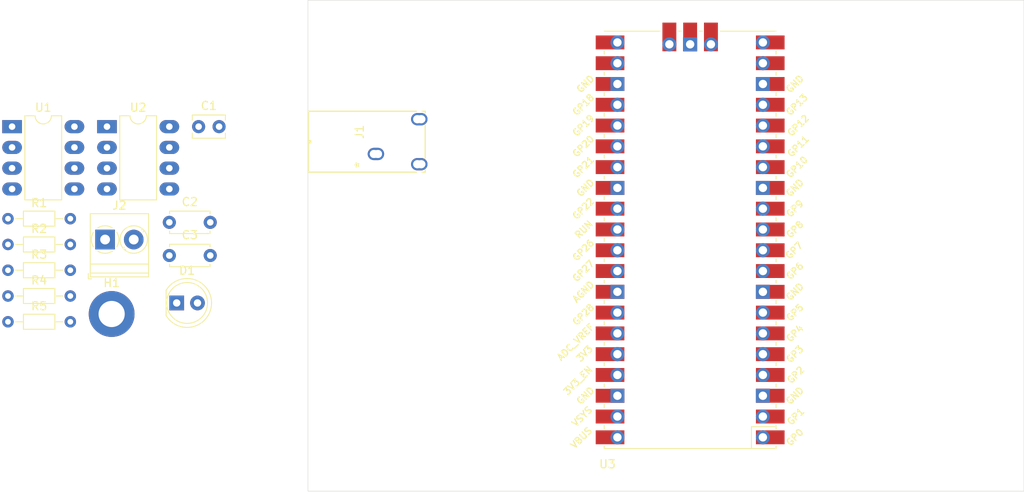
<source format=kicad_pcb>
(kicad_pcb (version 20240108) (generator "pcbnew") (generator_version "8.0")
  (title_block (title "Sound Gun") (date "2024-02-29"))
  (layers (0 "F.Cu" signal) (1 "In1.Cu" signal) (2 "In2.Cu" signal) (31 "B.Cu" signal) (34 "B.Paste" user) (35 "F.Paste" user) (36 "B.SilkS" user "B.Silkscreen") (37 "F.SilkS" user "F.Silkscreen") (38 "B.Mask" user) (39 "F.Mask" user) (44 "Edge.Cuts" user))
  (net 0 "")
  (net 2 "GND")
  (net 69 "unconnected-(U3-3V3-Pad36)")
  (net 78 "unconnected-(U3-VBUS-Pad40)")
  (footprint "Package_DIP:DIP-8_W7.62mm_LongPads" (layer "F.Cu") (at 43.84 75.45)
    (property "Reference" "U1" (at 3.81 -2.33 0) (layer "F.SilkS"))
    (property "Value" "LM358")
    (fp_line (start 1.56 -1.33) (end 1.56 8.95) (stroke (width 0.12)) (layer "F.SilkS"))
    (fp_line (start 1.56 8.95) (end 6.06 8.95) (stroke (width 0.12)) (layer "F.SilkS"))
    (fp_line (start 2.81 -1.33) (end 1.56 -1.33) (stroke (width 0.12)) (layer "F.SilkS"))
    (fp_line (start 6.06 -1.33) (end 4.81 -1.33) (stroke (width 0.12)) (layer "F.SilkS"))
    (fp_line (start 6.06 8.95) (end 6.06 -1.33) (stroke (width 0.12)) (layer "F.SilkS"))
    (fp_arc (start 4.81 -1.33) (mid 3.81 -0.33) (end 2.81 -1.33) (stroke (width 0.12)) (layer "F.SilkS"))
    (pad "1" thru_hole rect (at 0 0) (size 2.4 1.6) (drill 0.8) (layers "*.Cu" "*.Mask"))
    (pad "2" thru_hole oval (at 0 2.54) (size 2.4 1.6) (drill 0.8) (layers "*.Cu" "*.Mask"))
    (pad "3" thru_hole oval (at 0 5.08) (size 2.4 1.6) (drill 0.8) (layers "*.Cu" "*.Mask"))
    (pad "4" thru_hole oval (at 0 7.62) (size 2.4 1.6) (drill 0.8) (layers "*.Cu" "*.Mask") (net 2 "GND"))
    (pad "5" thru_hole oval (at 7.62 7.62) (size 2.4 1.6) (drill 0.8) (layers "*.Cu" "*.Mask") (net 2 "GND"))
    (pad "6" thru_hole oval (at 7.62 5.08) (size 2.4 1.6) (drill 0.8) (layers "*.Cu" "*.Mask") (net 2 "GND"))
    (pad "7" thru_hole oval (at 7.62 2.54) (size 2.4 1.6) (drill 0.8) (layers "*.Cu" "*.Mask"))
    (pad "8" thru_hole oval (at 7.62 0) (size 2.4 1.6) (drill 0.8) (layers "*.Cu" "*.Mask"))
  )
  (footprint "Resistor_THT:R_Axial_DIN0204_L3.6mm_D1.6mm_P7.62mm_Horizontal" (layer "F.Cu") (at 43.34 96.15)
    (property "Reference" "R4" (at 3.81 -1.92 0) (layer "F.SilkS"))
    (property "Value" "1k")
    (fp_line (start 0.94 0) (end 1.89 0) (stroke (width 0.12)) (layer "F.SilkS"))
    (fp_line (start 1.89 -0.92) (end 1.89 0.92) (stroke (width 0.12)) (layer "F.SilkS"))
    (fp_line (start 1.89 0.92) (end 5.73 0.92) (stroke (width 0.12)) (layer "F.SilkS"))
    (fp_line (start 5.73 -0.92) (end 1.89 -0.92) (stroke (width 0.12)) (layer "F.SilkS"))
    (fp_line (start 5.73 0.92) (end 5.73 -0.92) (stroke (width 0.12)) (layer "F.SilkS"))
    (fp_line (start 6.68 0) (end 5.73 0) (stroke (width 0.12)) (layer "F.SilkS"))
    (pad "1" thru_hole circle (at 0 0) (size 1.4 1.4) (drill 0.7) (layers "*.Cu" "*.Mask"))
    (pad "2" thru_hole oval (at 7.62 0) (size 1.4 1.4) (drill 0.7) (layers "*.Cu" "*.Mask"))
  )
  (footprint "LED_THT:LED_D5.0mm" (layer "F.Cu") (at 63.96 97)
    (property "Reference" "D1" (at 1.27 -3.96 0) (layer "F.SilkS"))
    (property "Value" "LED")
    (fp_line (start -1.29 -1.545) (end -1.29 1.545) (stroke (width 0.12)) (layer "F.SilkS"))
    (fp_arc (start -1.29 -1.54483) (mid 2.072002 -2.880433) (end 4.26 0.000462) (stroke (width 0.12)) (layer "F.SilkS"))
    (fp_arc (start 4.26 -0.000462) (mid 2.072002 2.880433) (end -1.29 1.54483) (stroke (width 0.12)) (layer "F.SilkS"))
    (fp_circle (center 1.27 0) (end 3.77 0) (stroke (width 0.12)) (fill none) (layer "F.SilkS"))
    (pad "1" thru_hole rect (at 0 0) (size 1.8 1.8) (drill 0.9) (layers "*.Cu" "*.Mask"))
    (pad "2" thru_hole circle (at 2.54 0) (size 1.8 1.8) (drill 0.9) (layers "*.Cu" "*.Mask"))
  )
  (footprint "Capacitor_THT:C_Disc_D4.7mm_W2.5mm_P5.00mm" (layer "F.Cu") (at 63.06 91.2)
    (property "Reference" "C3" (at 2.5 -2.5 0) (layer "F.SilkS"))
    (property "Value" "1u")
    (fp_line (start 0.03 -1.37) (end 0.03 -1.055) (stroke (width 0.12)) (layer "F.SilkS"))
    (fp_line (start 0.03 -1.37) (end 4.97 -1.37) (stroke (width 0.12)) (layer "F.SilkS"))
    (fp_line (start 0.03 1.055) (end 0.03 1.37) (stroke (width 0.12)) (layer "F.SilkS"))
    (fp_line (start 0.03 1.37) (end 4.97 1.37) (stroke (width 0.12)) (layer "F.SilkS"))
    (fp_line (start 4.97 -1.37) (end 4.97 -1.055) (stroke (width 0.12)) (layer "F.SilkS"))
    (fp_line (start 4.97 1.055) (end 4.97 1.37) (stroke (width 0.12)) (layer "F.SilkS"))
    (pad "1" thru_hole circle (at 0 0) (size 1.6 1.6) (drill 0.8) (layers "*.Cu" "*.Mask"))
    (pad "2" thru_hole circle (at 5 0) (size 1.6 1.6) (drill 0.8) (layers "*.Cu" "*.Mask"))
  )
  (footprint "Capacitor_THT:C_Disc_D4.7mm_W2.5mm_P5.00mm" (layer "F.Cu") (at 63.06 87.15)
    (property "Reference" "C2" (at 2.5 -2.5 0) (layer "F.SilkS"))
    (property "Value" "10u")
    (fp_line (start 0.03 -1.37) (end 0.03 -1.055) (stroke (width 0.12)) (layer "F.SilkS"))
    (fp_line (start 0.03 -1.37) (end 4.97 -1.37) (stroke (width 0.12)) (layer "F.SilkS"))
    (fp_line (start 0.03 1.055) (end 0.03 1.37) (stroke (width 0.12)) (layer "F.SilkS"))
    (fp_line (start 0.03 1.37) (end 4.97 1.37) (stroke (width 0.12)) (layer "F.SilkS"))
    (fp_line (start 4.97 -1.37) (end 4.97 -1.055) (stroke (width 0.12)) (layer "F.SilkS"))
    (fp_line (start 4.97 1.055) (end 4.97 1.37) (stroke (width 0.12)) (layer "F.SilkS"))
    (pad "1" thru_hole circle (at 0 0) (size 1.6 1.6) (drill 0.8) (layers "*.Cu" "*.Mask"))
    (pad "2" thru_hole circle (at 5 0) (size 1.6 1.6) (drill 0.8) (layers "*.Cu" "*.Mask"))
  )
  (footprint "MountingHole:MountingHole_3.2mm_M3_DIN965_Pad" (layer "F.Cu") (at 56.01 98.35)
    (property "Reference" "H1" (at 0 -3.8 0) (layer "F.SilkS"))
    (property "Value" "MountingHole_Pad")
    (pad "1" thru_hole circle (at 0 0) (size 5.6 5.6) (drill 3.2) (layers "*.Cu" "*.Mask") (net 2 "GND"))
  )
  (footprint "Resistor_THT:R_Axial_DIN0204_L3.6mm_D1.6mm_P7.62mm_Horizontal" (layer "F.Cu") (at 43.34 93)
    (property "Reference" "R3" (at 3.81 -1.92 0) (layer "F.SilkS"))
    (property "Value" "10k")
    (fp_line (start 0.94 0) (end 1.89 0) (stroke (width 0.12)) (layer "F.SilkS"))
    (fp_line (start 1.89 -0.92) (end 1.89 0.92) (stroke (width 0.12)) (layer "F.SilkS"))
    (fp_line (start 1.89 0.92) (end 5.73 0.92) (stroke (width 0.12)) (layer "F.SilkS"))
    (fp_line (start 5.73 -0.92) (end 1.89 -0.92) (stroke (width 0.12)) (layer "F.SilkS"))
    (fp_line (start 5.73 0.92) (end 5.73 -0.92) (stroke (width 0.12)) (layer "F.SilkS"))
    (fp_line (start 6.68 0) (end 5.73 0) (stroke (width 0.12)) (layer "F.SilkS"))
    (pad "1" thru_hole circle (at 0 0) (size 1.4 1.4) (drill 0.7) (layers "*.Cu" "*.Mask"))
    (pad "2" thru_hole oval (at 7.62 0) (size 1.4 1.4) (drill 0.7) (layers "*.Cu" "*.Mask"))
  )
  (footprint "TerminalBlock_Phoenix:TerminalBlock_Phoenix_PT-1,5-2-3.5-H_1x02_P3.50mm_Horizontal" (layer "F.Cu") (at 55.21 89.25)
    (property "Reference" "J2" (at 1.75 -4.16 0) (layer "F.SilkS"))
    (property "Value" "Screw_Terminal_01x02")
    (fp_line (start -2.05 4.16) (end -2.05 4.8) (stroke (width 0.12)) (layer "F.SilkS"))
    (fp_line (start -2.05 4.8) (end -1.65 4.8) (stroke (width 0.12)) (layer "F.SilkS"))
    (fp_line (start -1.81 -3.16) (end -1.81 4.56) (stroke (width 0.12)) (layer "F.SilkS"))
    (fp_line (start -1.81 -3.16) (end 5.31 -3.16) (stroke (width 0.12)) (layer "F.SilkS"))
    (fp_line (start -1.81 3) (end 5.31 3) (stroke (width 0.12)) (layer "F.SilkS"))
    (fp_line (start -1.81 4.1) (end 5.31 4.1) (stroke (width 0.12)) (layer "F.SilkS"))
    (fp_line (start -1.81 4.56) (end 5.31 4.56) (stroke (width 0.12)) (layer "F.SilkS"))
    (fp_line (start 2.355 0.941) (end 2.226 1.069) (stroke (width 0.12)) (layer "F.SilkS"))
    (fp_line (start 2.525 1.181) (end 2.431 1.274) (stroke (width 0.12)) (layer "F.SilkS"))
    (fp_line (start 4.57 -1.275) (end 4.476 -1.181) (stroke (width 0.12)) (layer "F.SilkS"))
    (fp_line (start 4.775 -1.069) (end 4.646 -0.941) (stroke (width 0.12)) (layer "F.SilkS"))
    (fp_line (start 5.31 -3.16) (end 5.31 4.56) (stroke (width 0.12)) (layer "F.SilkS"))
    (fp_arc (start -1.425358 0.889894) (mid -1.680286 0.014012) (end -1.44 -0.866) (stroke (width 0.12)) (layer "F.SilkS"))
    (fp_arc (start -0.889894 -1.425358) (mid -0.014012 -1.680286) (end 0.866 -1.44) (stroke (width 0.12)) (layer "F.SilkS"))
    (fp_arc (start 0.028674 1.680099) (mid -0.435535 1.622918) (end -0.866 1.44) (stroke (width 0.12)) (layer "F.SilkS"))
    (fp_arc (start 0.890264 1.424721) (mid 0.463071 1.61492) (end 0 1.68) (stroke (width 0.12)) (layer "F.SilkS"))
    (fp_arc (start 1.425504 -0.890193) (mid 1.680626 0.000476) (end 1.425 0.891) (stroke (width 0.12)) (layer "F.SilkS"))
    (fp_circle (center 3.5 0) (end 5.18 0) (stroke (width 0.12)) (fill none) (layer "F.SilkS"))
    (pad "1" thru_hole rect (at 0 0) (size 2.4 2.4) (drill 1.2) (layers "*.Cu" "*.Mask"))
    (pad "2" thru_hole circle (at 3.5 0) (size 2.4 2.4) (drill 1.2) (layers "*.Cu" "*.Mask"))
  )
  (footprint "Capacitor_THT:C_Disc_D3.8mm_W2.6mm_P2.50mm" (layer "F.Cu") (at 66.64 75.45)
    (property "Reference" "C1" (at 1.25 -2.55 0) (layer "F.SilkS"))
    (property "Value" "100n")
    (fp_line (start -0.77 -1.42) (end -0.77 -0.795) (stroke (width 0.12)) (layer "F.SilkS"))
    (fp_line (start -0.77 -1.42) (end 3.27 -1.42) (stroke (width 0.12)) (layer "F.SilkS"))
    (fp_line (start -0.77 0.795) (end -0.77 1.42) (stroke (width 0.12)) (layer "F.SilkS"))
    (fp_line (start -0.77 1.42) (end 3.27 1.42) (stroke (width 0.12)) (layer "F.SilkS"))
    (fp_line (start 3.27 -1.42) (end 3.27 -0.795) (stroke (width 0.12)) (layer "F.SilkS"))
    (fp_line (start 3.27 0.795) (end 3.27 1.42) (stroke (width 0.12)) (layer "F.SilkS"))
    (pad "1" thru_hole circle (at 0 0) (size 1.6 1.6) (drill 0.8) (layers "*.Cu" "*.Mask"))
    (pad "2" thru_hole circle (at 2.5 0) (size 1.6 1.6) (drill 0.8) (layers "*.Cu" "*.Mask"))
  )
  (footprint "Resistor_THT:R_Axial_DIN0204_L3.6mm_D1.6mm_P7.62mm_Horizontal" (layer "F.Cu") (at 43.34 86.7)
    (property "Reference" "R1" (at 3.81 -1.92 0) (layer "F.SilkS"))
    (property "Value" "47k")
    (fp_line (start 0.94 0) (end 1.89 0) (stroke (width 0.12)) (layer "F.SilkS"))
    (fp_line (start 1.89 -0.92) (end 1.89 0.92) (stroke (width 0.12)) (layer "F.SilkS"))
    (fp_line (start 1.89 0.92) (end 5.73 0.92) (stroke (width 0.12)) (layer "F.SilkS"))
    (fp_line (start 5.73 -0.92) (end 1.89 -0.92) (stroke (width 0.12)) (layer "F.SilkS"))
    (fp_line (start 5.73 0.92) (end 5.73 -0.92) (stroke (width 0.12)) (layer "F.SilkS"))
    (fp_line (start 6.68 0) (end 5.73 0) (stroke (width 0.12)) (layer "F.SilkS"))
    (pad "1" thru_hole circle (at 0 0) (size 1.4 1.4) (drill 0.7) (layers "*.Cu" "*.Mask"))
    (pad "2" thru_hole oval (at 7.62 0) (size 1.4 1.4) (drill 0.7) (layers "*.Cu" "*.Mask"))
  )
  (footprint "Resistor_THT:R_Axial_DIN0204_L3.6mm_D1.6mm_P7.62mm_Horizontal" (layer "F.Cu") (at 43.34 99.3)
    (property "Reference" "R5" (at 3.81 -1.92 0) (layer "F.SilkS"))
    (property "Value" "22k")
    (fp_line (start 0.94 0) (end 1.89 0) (stroke (width 0.12)) (layer "F.SilkS"))
    (fp_line (start 1.89 -0.92) (end 1.89 0.92) (stroke (width 0.12)) (layer "F.SilkS"))
    (fp_line (start 1.89 0.92) (end 5.73 0.92) (stroke (width 0.12)) (layer "F.SilkS"))
    (fp_line (start 5.73 -0.92) (end 1.89 -0.92) (stroke (width 0.12)) (layer "F.SilkS"))
    (fp_line (start 5.73 0.92) (end 5.73 -0.92) (stroke (width 0.12)) (layer "F.SilkS"))
    (fp_line (start 6.68 0) (end 5.73 0) (stroke (width 0.12)) (layer "F.SilkS"))
    (pad "1" thru_hole circle (at 0 0) (size 1.4 1.4) (drill 0.7) (layers "*.Cu" "*.Mask"))
    (pad "2" thru_hole oval (at 7.62 0) (size 1.4 1.4) (drill 0.7) (layers "*.Cu" "*.Mask"))
  )
  (footprint "Resistor_THT:R_Axial_DIN0204_L3.6mm_D1.6mm_P7.62mm_Horizontal" (layer "F.Cu") (at 43.34 89.85)
    (property "Reference" "R2" (at 3.81 -1.92 0) (layer "F.SilkS"))
    (property "Value" "10")
    (fp_line (start 0.94 0) (end 1.89 0) (stroke (width 0.12)) (layer "F.SilkS"))
    (fp_line (start 1.89 -0.92) (end 1.89 0.92) (stroke (width 0.12)) (layer "F.SilkS"))
    (fp_line (start 1.89 0.92) (end 5.73 0.92) (stroke (width 0.12)) (layer "F.SilkS"))
    (fp_line (start 5.73 -0.92) (end 1.89 -0.92) (stroke (width 0.12)) (layer "F.SilkS"))
    (fp_line (start 5.73 0.92) (end 5.73 -0.92) (stroke (width 0.12)) (layer "F.SilkS"))
    (fp_line (start 6.68 0) (end 5.73 0) (stroke (width 0.12)) (layer "F.SilkS"))
    (pad "1" thru_hole circle (at 0 0) (size 1.4 1.4) (drill 0.7) (layers "*.Cu" "*.Mask"))
    (pad "2" thru_hole oval (at 7.62 0) (size 1.4 1.4) (drill 0.7) (layers "*.Cu" "*.Mask"))
  )
  (footprint "MCU_RaspberryPi_and_Boards:RPi_Pico_SMD_TH" (layer "F.Cu") (at 126.71 89.29 180)
    (property "Reference" "U3" (at 10.11 -27.41 180) (layer "F.SilkS"))
    (property "Value" "Pico")
    (fp_line (start 10.5 25.5) (end 3.7 25.5) (stroke (width 0.12)) (layer "F.SilkS"))
    (fp_line (start 10.5 22.7) (end 10.5 23.1) (stroke (width 0.12)) (layer "F.SilkS"))
    (fp_line (start 10.5 20.1) (end 10.5 20.5) (stroke (width 0.12)) (layer "F.SilkS"))
    (fp_line (start 10.5 17.6) (end 10.5 18) (stroke (width 0.12)) (layer "F.SilkS"))
    (fp_line (start 10.5 15.1) (end 10.5 15.5) (stroke (width 0.12)) (layer "F.SilkS"))
    (fp_line (start 10.5 12.5) (end 10.5 12.9) (stroke (width 0.12)) (layer "F.SilkS"))
    (fp_line (start 10.5 10) (end 10.5 10.4) (stroke (width 0.12)) (layer "F.SilkS"))
    (fp_line (start 10.5 7.4) (end 10.5 7.8) (stroke (width 0.12)) (layer "F.SilkS"))
    (fp_line (start 10.5 4.9) (end 10.5 5.3) (stroke (width 0.12)) (layer "F.SilkS"))
    (fp_line (start 10.5 2.3) (end 10.5 2.7) (stroke (width 0.12)) (layer "F.SilkS"))
    (fp_line (start 10.5 -0.2) (end 10.5 0.2) (stroke (width 0.12)) (layer "F.SilkS"))
    (fp_line (start 10.5 -2.7) (end 10.5 -2.3) (stroke (width 0.12)) (layer "F.SilkS"))
    (fp_line (start 10.5 -5.3) (end 10.5 -4.9) (stroke (width 0.12)) (layer "F.SilkS"))
    (fp_line (start 10.5 -7.8) (end 10.5 -7.4) (stroke (width 0.12)) (layer "F.SilkS"))
    (fp_line (start 10.5 -10.4) (end 10.5 -10) (stroke (width 0.12)) (layer "F.SilkS"))
    (fp_line (start 10.5 -12.9) (end 10.5 -12.5) (stroke (width 0.12)) (layer "F.SilkS"))
    (fp_line (start 10.5 -15.4) (end 10.5 -15) (stroke (width 0.12)) (layer "F.SilkS"))
    (fp_line (start 10.5 -18) (end 10.5 -17.6) (stroke (width 0.12)) (layer "F.SilkS"))
    (fp_line (start 10.5 -20.5) (end 10.5 -20.1) (stroke (width 0.12)) (layer "F.SilkS"))
    (fp_line (start 10.5 -23.1) (end 10.5 -22.7) (stroke (width 0.12)) (layer "F.SilkS"))
    (fp_line (start 10.5 -25.5) (end 10.5 -25.2) (stroke (width 0.12)) (layer "F.SilkS"))
    (fp_line (start 1.1 25.5) (end 1.5 25.5) (stroke (width 0.12)) (layer "F.SilkS"))
    (fp_line (start -1.5 25.5) (end -1.1 25.5) (stroke (width 0.12)) (layer "F.SilkS"))
    (fp_line (start -3.7 25.5) (end -10.5 25.5) (stroke (width 0.12)) (layer "F.SilkS"))
    (fp_line (start -7.493 -22.833) (end -7.493 -25.5) (stroke (width 0.12)) (layer "F.SilkS"))
    (fp_line (start -10.5 22.7) (end -10.5 23.1) (stroke (width 0.12)) (layer "F.SilkS"))
    (fp_line (start -10.5 20.1) (end -10.5 20.5) (stroke (width 0.12)) (layer "F.SilkS"))
    (fp_line (start -10.5 17.6) (end -10.5 18) (stroke (width 0.12)) (layer "F.SilkS"))
    (fp_line (start -10.5 15.1) (end -10.5 15.5) (stroke (width 0.12)) (layer "F.SilkS"))
    (fp_line (start -10.5 12.5) (end -10.5 12.9) (stroke (width 0.12)) (layer "F.SilkS"))
    (fp_line (start -10.5 10) (end -10.5 10.4) (stroke (width 0.12)) (layer "F.SilkS"))
    (fp_line (start -10.5 7.4) (end -10.5 7.8) (stroke (width 0.12)) (layer "F.SilkS"))
    (fp_line (start -10.5 4.9) (end -10.5 5.3) (stroke (width 0.12)) (layer "F.SilkS"))
    (fp_line (start -10.5 2.3) (end -10.5 2.7) (stroke (width 0.12)) (layer "F.SilkS"))
    (fp_line (start -10.5 -0.2) (end -10.5 0.2) (stroke (width 0.12)) (layer "F.SilkS"))
    (fp_line (start -10.5 -2.7) (end -10.5 -2.3) (stroke (width 0.12)) (layer "F.SilkS"))
    (fp_line (start -10.5 -5.3) (end -10.5 -4.9) (stroke (width 0.12)) (layer "F.SilkS"))
    (fp_line (start -10.5 -7.8) (end -10.5 -7.4) (stroke (width 0.12)) (layer "F.SilkS"))
    (fp_line (start -10.5 -10.4) (end -10.5 -10) (stroke (width 0.12)) (layer "F.SilkS"))
    (fp_line (start -10.5 -12.9) (end -10.5 -12.5) (stroke (width 0.12)) (layer "F.SilkS"))
    (fp_line (start -10.5 -15.4) (end -10.5 -15) (stroke (width 0.12)) (layer "F.SilkS"))
    (fp_line (start -10.5 -18) (end -10.5 -17.6) (stroke (width 0.12)) (layer "F.SilkS"))
    (fp_line (start -10.5 -20.5) (end -10.5 -20.1) (stroke (width 0.12)) (layer "F.SilkS"))
    (fp_line (start -10.5 -22.833) (end -7.493 -22.833) (stroke (width 0.12)) (layer "F.SilkS"))
    (fp_line (start -10.5 -23.1) (end -10.5 -22.7) (stroke (width 0.12)) (layer "F.SilkS"))
    (fp_line (start -10.5 -25.5) (end 10.5 -25.5) (stroke (width 0.12)) (layer "F.SilkS"))
    (fp_line (start -10.5 -25.5) (end -10.5 -25.2) (stroke (width 0.12)) (layer "F.SilkS"))
    (fp_text user "GP27" (at 13.054 -3.8 -135) (layer "F.SilkS") (effects (font (size 0.8 0.8))))
    (fp_text user "GP11" (at -13.2 11.43 -135) (layer "F.SilkS") (effects (font (size 0.8 0.8))))
    (fp_text user "GP2" (at -12.9 -16.51 -135) (layer "F.SilkS") (effects (font (size 0.8 0.8))))
    (fp_text user "RUN" (at 13 1.27 -135) (layer "F.SilkS") (effects (font (size 0.8 0.8))))
    (fp_text user "3V3_EN" (at 13.7 -17.2 -135) (layer "F.SilkS") (effects (font (size 0.8 0.8))))
    (fp_text user "3V3" (at 12.9 -13.9 -135) (layer "F.SilkS") (effects (font (size 0.8 0.8))))
    (fp_text user "GP26" (at 13.054 -1.27 -135) (layer "F.SilkS") (effects (font (size 0.8 0.8))))
    (fp_text user "GP20" (at 13.054 11.43 -135) (layer "F.SilkS") (effects (font (size 0.8 0.8))))
    (fp_text user "GP9" (at -12.8 3.81 -135) (layer "F.SilkS") (effects (font (size 0.8 0.8))))
    (fp_text user "GP22" (at 13.054 3.81 -135) (layer "F.SilkS") (effects (font (size 0.8 0.8))))
    (fp_text user "GP19" (at 13.054 13.97 -135) (layer "F.SilkS") (effects (font (size 0.8 0.8))))
    (fp_text user "ADC_VREF" (at 14 -12.5 -135) (layer "F.SilkS") (effects (font (size 0.8 0.8))))
    (fp_text user "GND" (at -12.8 -6.35 -135) (layer "F.SilkS") (effects (font (size 0.8 0.8))))
    (fp_text user "GP5" (at -12.8 -8.89 -135) (layer "F.SilkS") (effects (font (size 0.8 0.8))))
    (fp_text user "GND" (at -12.8 19.05 -135) (layer "F.SilkS") (effects (font (size 0.8 0.8))))
    (fp_text user "GND" (at -12.8 -19.05 -135) (layer "F.SilkS") (effects (font (size 0.8 0.8))))
    (fp_text user "GP1" (at -12.9 -21.6 -135) (layer "F.SilkS") (effects (font (size 0.8 0.8))))
    (fp_text user "GP10" (at -13.054 8.89 -135) (layer "F.SilkS") (effects (font (size 0.8 0.8))))
    (fp_text user "GP7" (at -12.7 -1.3 -135) (layer "F.SilkS") (effects (font (size 0.8 0.8))))
    (fp_text user "GND" (at -12.8 6.35 -135) (layer "F.SilkS") (effects (font (size 0.8 0.8))))
    (fp_text user "GND" (at 12.8 6.35 -135) (layer "F.SilkS") (effects (font (size 0.8 0.8))))
    (fp_text user "GP8" (at -12.8 1.27 -135) (layer "F.SilkS") (effects (font (size 0.8 0.8))))
    (fp_text user "GP28" (at 13.054 -9.144 -135) (layer "F.SilkS") (effects (font (size 0.8 0.8))))
    (fp_text user "GP18" (at 13.054 16.51 -135) (layer "F.SilkS") (effects (font (size 0.8 0.8))))
    (fp_text user "GP4" (at -12.8 -11.43 -135) (layer "F.SilkS") (effects (font (size 0.8 0.8))))
    (fp_text user "GP6" (at -12.8 -3.81 -135) (layer "F.SilkS") (effects (font (size 0.8 0.8))))
    (fp_text user "GP12" (at -13.2 13.97 -135) (layer "F.SilkS") (effects (font (size 0.8 0.8))))
    (fp_text user "GND" (at 12.8 19.05 -135) (layer "F.SilkS") (effects (font (size 0.8 0.8))))
    (fp_text user "GP21" (at 13.054 8.9 -135) (layer "F.SilkS") (effects (font (size 0.8 0.8))))
    (fp_text user "GND" (at 12.8 -19.05 -135) (layer "F.SilkS") (effects (font (size 0.8 0.8))))
    (fp_text user "GP13" (at -13.054 16.51 -135) (layer "F.SilkS") (effects (font (size 0.8 0.8))))
    (fp_text user "VBUS" (at 13.3 -24.2 -135) (layer "F.SilkS") (effects (font (size 0.8 0.8))))
    (fp_text user "GP3" (at -12.8 -13.97 -135) (layer "F.SilkS") (effects (font (size 0.8 0.8))))
    (fp_text user "AGND" (at 13.054 -6.35 -135) (layer "F.SilkS") (effects (font (size 0.8 0.8))))
    (fp_text user "GP0" (at -12.8 -24.13 -135) (layer "F.SilkS") (effects (font (size 0.8 0.8))))
    (fp_text user "VSYS" (at 13.2 -21.59 -135) (layer "F.SilkS") (effects (font (size 0.8 0.8))))
    (pad "" np_thru_hole oval (at -2.725 -24 180) (size 1.8 1.8) (drill 1.8) (layers "*.Cu" "*.Mask"))
    (pad "" np_thru_hole oval (at -2.425 -20.97 180) (size 1.5 1.5) (drill 1.5) (layers "*.Cu" "*.Mask"))
    (pad "" np_thru_hole oval (at 2.425 -20.97 180) (size 1.5 1.5) (drill 1.5) (layers "*.Cu" "*.Mask"))
    (pad "" np_thru_hole oval (at 2.725 -24 180) (size 1.8 1.8) (drill 1.8) (layers "*.Cu" "*.Mask"))
    (pad "1" thru_hole oval (at -8.89 -24.13 180) (size 1.7 1.7) (drill 1.02) (layers "*.Cu" "*.Mask"))
    (pad "1" smd rect (at -8.89 -24.13 180) (size 3.5 1.7) (drill (offset -0.9 0)) (layers "F.Cu" "F.Mask"))
    (pad "2" thru_hole oval (at -8.89 -21.59 180) (size 1.7 1.7) (drill 1.02) (layers "*.Cu" "*.Mask"))
    (pad "2" smd rect (at -8.89 -21.59 180) (size 3.5 1.7) (drill (offset -0.9 0)) (layers "F.Cu" "F.Mask"))
    (pad "3" thru_hole rect (at -8.89 -19.05 180) (size 1.7 1.7) (drill 1.02) (layers "*.Cu" "*.Mask"))
    (pad "3" smd rect (at -8.89 -19.05 180) (size 3.5 1.7) (drill (offset -0.9 0)) (layers "F.Cu" "F.Mask"))
    (pad "4" thru_hole oval (at -8.89 -16.51 180) (size 1.7 1.7) (drill 1.02) (layers "*.Cu" "*.Mask"))
    (pad "4" smd rect (at -8.89 -16.51 180) (size 3.5 1.7) (drill (offset -0.9 0)) (layers "F.Cu" "F.Mask"))
    (pad "5" thru_hole oval (at -8.89 -13.97 180) (size 1.7 1.7) (drill 1.02) (layers "*.Cu" "*.Mask"))
    (pad "5" smd rect (at -8.89 -13.97 180) (size 3.5 1.7) (drill (offset -0.9 0)) (layers "F.Cu" "F.Mask"))
    (pad "6" thru_hole oval (at -8.89 -11.43 180) (size 1.7 1.7) (drill 1.02) (layers "*.Cu" "*.Mask"))
    (pad "6" smd rect (at -8.89 -11.43 180) (size 3.5 1.7) (drill (offset -0.9 0)) (layers "F.Cu" "F.Mask"))
    (pad "7" thru_hole oval (at -8.89 -8.89 180) (size 1.7 1.7) (drill 1.02) (layers "*.Cu" "*.Mask"))
    (pad "7" smd rect (at -8.89 -8.89 180) (size 3.5 1.7) (drill (offset -0.9 0)) (layers "F.Cu" "F.Mask"))
    (pad "8" thru_hole rect (at -8.89 -6.35 180) (size 1.7 1.7) (drill 1.02) (layers "*.Cu" "*.Mask"))
    (pad "8" smd rect (at -8.89 -6.35 180) (size 3.5 1.7) (drill (offset -0.9 0)) (layers "F.Cu" "F.Mask"))
    (pad "9" thru_hole oval (at -8.89 -3.81 180) (size 1.7 1.7) (drill 1.02) (layers "*.Cu" "*.Mask"))
    (pad "9" smd rect (at -8.89 -3.81 180) (size 3.5 1.7) (drill (offset -0.9 0)) (layers "F.Cu" "F.Mask"))
    (pad "10" thru_hole oval (at -8.89 -1.27 180) (size 1.7 1.7) (drill 1.02) (layers "*.Cu" "*.Mask"))
    (pad "10" smd rect (at -8.89 -1.27 180) (size 3.5 1.7) (drill (offset -0.9 0)) (layers "F.Cu" "F.Mask"))
    (pad "11" thru_hole oval (at -8.89 1.27 180) (size 1.7 1.7) (drill 1.02) (layers "*.Cu" "*.Mask"))
    (pad "11" smd rect (at -8.89 1.27 180) (size 3.5 1.7) (drill (offset -0.9 0)) (layers "F.Cu" "F.Mask"))
    (pad "12" thru_hole oval (at -8.89 3.81 180) (size 1.7 1.7) (drill 1.02) (layers "*.Cu" "*.Mask"))
    (pad "12" smd rect (at -8.89 3.81 180) (size 3.5 1.7) (drill (offset -0.9 0)) (layers "F.Cu" "F.Mask"))
    (pad "13" thru_hole rect (at -8.89 6.35 180) (size 1.7 1.7) (drill 1.02) (layers "*.Cu" "*.Mask"))
    (pad "13" smd rect (at -8.89 6.35 180) (size 3.5 1.7) (drill (offset -0.9 0)) (layers "F.Cu" "F.Mask"))
    (pad "14" thru_hole oval (at -8.89 8.89 180) (size 1.7 1.7) (drill 1.02) (layers "*.Cu" "*.Mask"))
    (pad "14" smd rect (at -8.89 8.89 180) (size 3.5 1.7) (drill (offset -0.9 0)) (layers "F.Cu" "F.Mask"))
    (pad "15" thru_hole oval (at -8.89 11.43 180) (size 1.7 1.7) (drill 1.02) (layers "*.Cu" "*.Mask"))
    (pad "15" smd rect (at -8.89 11.43 180) (size 3.5 1.7) (drill (offset -0.9 0)) (layers "F.Cu" "F.Mask"))
    (pad "16" thru_hole oval (at -8.89 13.97 180) (size 1.7 1.7) (drill 1.02) (layers "*.Cu" "*.Mask"))
    (pad "16" smd rect (at -8.89 13.97 180) (size 3.5 1.7) (drill (offset -0.9 0)) (layers "F.Cu" "F.Mask"))
    (pad "17" thru_hole oval (at -8.89 16.51 180) (size 1.7 1.7) (drill 1.02) (layers "*.Cu" "*.Mask"))
    (pad "17" smd rect (at -8.89 16.51 180) (size 3.5 1.7) (drill (offset -0.9 0)) (layers "F.Cu" "F.Mask"))
    (pad "18" thru_hole rect (at -8.89 19.05 180) (size 1.7 1.7) (drill 1.02) (layers "*.Cu" "*.Mask"))
    (pad "18" smd rect (at -8.89 19.05 180) (size 3.5 1.7) (drill (offset -0.9 0)) (layers "F.Cu" "F.Mask"))
    (pad "19" thru_hole oval (at -8.89 21.59 180) (size 1.7 1.7) (drill 1.02) (layers "*.Cu" "*.Mask"))
    (pad "19" smd rect (at -8.89 21.59 180) (size 3.5 1.7) (drill (offset -0.9 0)) (layers "F.Cu" "F.Mask"))
    (pad "20" thru_hole oval (at -8.89 24.13 180) (size 1.7 1.7) (drill 1.02) (layers "*.Cu" "*.Mask"))
    (pad "20" smd rect (at -8.89 24.13 180) (size 3.5 1.7) (drill (offset -0.9 0)) (layers "F.Cu" "F.Mask"))
    (pad "21" thru_hole oval (at 8.89 24.13 180) (size 1.7 1.7) (drill 1.02) (layers "*.Cu" "*.Mask"))
    (pad "21" smd rect (at 8.89 24.13 180) (size 3.5 1.7) (drill (offset 0.9 0)) (layers "F.Cu" "F.Mask"))
    (pad "22" thru_hole oval (at 8.89 21.59 180) (size 1.7 1.7) (drill 1.02) (layers "*.Cu" "*.Mask"))
    (pad "22" smd rect (at 8.89 21.59 180) (size 3.5 1.7) (drill (offset 0.9 0)) (layers "F.Cu" "F.Mask"))
    (pad "23" thru_hole rect (at 8.89 19.05 180) (size 1.7 1.7) (drill 1.02) (layers "*.Cu" "*.Mask"))
    (pad "23" smd rect (at 8.89 19.05 180) (size 3.5 1.7) (drill (offset 0.9 0)) (layers "F.Cu" "F.Mask"))
    (pad "24" thru_hole oval (at 8.89 16.51 180) (size 1.7 1.7) (drill 1.02) (layers "*.Cu" "*.Mask"))
    (pad "24" smd rect (at 8.89 16.51 180) (size 3.5 1.7) (drill (offset 0.9 0)) (layers "F.Cu" "F.Mask"))
    (pad "25" thru_hole oval (at 8.89 13.97 180) (size 1.7 1.7) (drill 1.02) (layers "*.Cu" "*.Mask"))
    (pad "25" smd rect (at 8.89 13.97 180) (size 3.5 1.7) (drill (offset 0.9 0)) (layers "F.Cu" "F.Mask"))
    (pad "26" thru_hole oval (at 8.89 11.43 180) (size 1.7 1.7) (drill 1.02) (layers "*.Cu" "*.Mask"))
    (pad "26" smd rect (at 8.89 11.43 180) (size 3.5 1.7) (drill (offset 0.9 0)) (layers "F.Cu" "F.Mask"))
    (pad "27" thru_hole oval (at 8.89 8.89 180) (size 1.7 1.7) (drill 1.02) (layers "*.Cu" "*.Mask"))
    (pad "27" smd rect (at 8.89 8.89 180) (size 3.5 1.7) (drill (offset 0.9 0)) (layers "F.Cu" "F.Mask"))
    (pad "28" thru_hole rect (at 8.89 6.35 180) (size 1.7 1.7) (drill 1.02) (layers "*.Cu" "*.Mask"))
    (pad "28" smd rect (at 8.89 6.35 180) (size 3.5 1.7) (drill (offset 0.9 0)) (layers "F.Cu" "F.Mask"))
    (pad "29" thru_hole oval (at 8.89 3.81 180) (size 1.7 1.7) (drill 1.02) (layers "*.Cu" "*.Mask"))
    (pad "29" smd rect (at 8.89 3.81 180) (size 3.5 1.7) (drill (offset 0.9 0)) (layers "F.Cu" "F.Mask"))
    (pad "30" thru_hole oval (at 8.89 1.27 180) (size 1.7 1.7) (drill 1.02) (layers "*.Cu" "*.Mask"))
    (pad "30" smd rect (at 8.89 1.27 180) (size 3.5 1.7) (drill (offset 0.9 0)) (layers "F.Cu" "F.Mask"))
    (pad "31" thru_hole oval (at 8.89 -1.27 180) (size 1.7 1.7) (drill 1.02) (layers "*.Cu" "*.Mask"))
    (pad "31" smd rect (at 8.89 -1.27 180) (size 3.5 1.7) (drill (offset 0.9 0)) (layers "F.Cu" "F.Mask"))
    (pad "32" thru_hole oval (at 8.89 -3.81 180) (size 1.7 1.7) (drill 1.02) (layers "*.Cu" "*.Mask"))
    (pad "32" smd rect (at 8.89 -3.81 180) (size 3.5 1.7) (drill (offset 0.9 0)) (layers "F.Cu" "F.Mask"))
    (pad "33" thru_hole rect (at 8.89 -6.35 180) (size 1.7 1.7) (drill 1.02) (layers "*.Cu" "*.Mask"))
    (pad "33" smd rect (at 8.89 -6.35 180) (size 3.5 1.7) (drill (offset 0.9 0)) (layers "F.Cu" "F.Mask"))
    (pad "34" thru_hole oval (at 8.89 -8.89 180) (size 1.7 1.7) (drill 1.02) (layers "*.Cu" "*.Mask"))
    (pad "34" smd rect (at 8.89 -8.89 180) (size 3.5 1.7) (drill (offset 0.9 0)) (layers "F.Cu" "F.Mask"))
    (pad "35" thru_hole oval (at 8.89 -11.43 180) (size 1.7 1.7) (drill 1.02) (layers "*.Cu" "*.Mask"))
    (pad "35" smd rect (at 8.89 -11.43 180) (size 3.5 1.7) (drill (offset 0.9 0)) (layers "F.Cu" "F.Mask"))
    (pad "36" thru_hole oval (at 8.89 -13.97 180) (size 1.7 1.7) (drill 1.02) (layers "*.Cu" "*.Mask") (net 69 "unconnected-(U3-3V3-Pad36)"))
    (pad "36" smd rect (at 8.89 -13.97 180) (size 3.5 1.7) (drill (offset 0.9 0)) (layers "F.Cu" "F.Mask") (net 69 "unconnected-(U3-3V3-Pad36)"))
    (pad "37" thru_hole oval (at 8.89 -16.51 180) (size 1.7 1.7) (drill 1.02) (layers "*.Cu" "*.Mask"))
    (pad "37" smd rect (at 8.89 -16.51 180) (size 3.5 1.7) (drill (offset 0.9 0)) (layers "F.Cu" "F.Mask"))
    (pad "38" thru_hole rect (at 8.89 -19.05 180) (size 1.7 1.7) (drill 1.02) (layers "*.Cu" "*.Mask"))
    (pad "38" smd rect (at 8.89 -19.05 180) (size 3.5 1.7) (drill (offset 0.9 0)) (layers "F.Cu" "F.Mask"))
    (pad "39" thru_hole oval (at 8.89 -21.59 180) (size 1.7 1.7) (drill 1.02) (layers "*.Cu" "*.Mask"))
    (pad "39" smd rect (at 8.89 -21.59 180) (size 3.5 1.7) (drill (offset 0.9 0)) (layers "F.Cu" "F.Mask"))
    (pad "40" thru_hole oval (at 8.89 -24.13 180) (size 1.7 1.7) (drill 1.02) (layers "*.Cu" "*.Mask") (net 78 "unconnected-(U3-VBUS-Pad40)"))
    (pad "40" smd rect (at 8.89 -24.13 180) (size 3.5 1.7) (drill (offset 0.9 0)) (layers "F.Cu" "F.Mask") (net 78 "unconnected-(U3-VBUS-Pad40)"))
    (pad "41" thru_hole oval (at -2.54 23.9 180) (size 1.7 1.7) (drill 1.02) (layers "*.Cu" "*.Mask"))
    (pad "41" smd rect (at -2.54 23.9 270) (size 3.5 1.7) (drill (offset -0.9 0)) (layers "F.Cu" "F.Mask"))
    (pad "42" thru_hole rect (at 0 23.9 180) (size 1.7 1.7) (drill 1.02) (layers "*.Cu" "*.Mask"))
    (pad "42" smd rect (at 0 23.9 270) (size 3.5 1.7) (drill (offset -0.9 0)) (layers "F.Cu" "F.Mask"))
    (pad "43" thru_hole oval (at 2.54 23.9 180) (size 1.7 1.7) (drill 1.02) (layers "*.Cu" "*.Mask"))
    (pad "43" smd rect (at 2.54 23.9 270) (size 3.5 1.7) (drill (offset -0.9 0)) (layers "F.Cu" "F.Mask"))
  )
  (footprint "stx3000:STX-3000_KYC" (layer "F.Cu") (at 88.306866 78.792699 90)
    (property "Reference" "J1" (at 2.700124 -2 90) (layer "F.SilkS"))
    (property "Value" "STX-3000")
    (fp_line (start 5.221224 -8.226999) (end -2.220976 -8.226999) (stroke (width 0.1524)) (layer "F.SilkS"))
    (fp_line (start 1.627124 -8.226999) (end 1.373124 -8.226999) (stroke (width 0.1524)) (layer "F.SilkS"))
    (fp_line (start 1.373124 -8.226999) (end 1.373124 -7.972999) (stroke (width 0.1524)) (layer "F.SilkS"))
    (fp_line (start -2.220976 -8.226999) (end -2.220976 4.95315) (stroke (width 0.1524)) (layer "F.SilkS"))
    (fp_line (start 1.627124 -7.972999) (end 1.627124 -8.226999) (stroke (width 0.1524)) (layer "F.SilkS"))
    (fp_line (start 1.373124 -7.972999) (end 1.627124 -7.972999) (stroke (width 0.1524)) (layer "F.SilkS"))
    (fp_line (start 5.221224 4.952823) (end 5.221224 -8.226999) (stroke (width 0.1524)) (layer "F.SilkS"))
    (fp_line (start -2.220976 5.646854) (end -2.220976 6.022401) (stroke (width 0.1524)) (layer "F.SilkS"))
    (fp_line (start 5.221224 6.022401) (end 5.221224 5.647181) (stroke (width 0.1524)) (layer "F.SilkS"))
    (fp_line (start 4.986114 6.022401) (end 5.221224 6.022401) (stroke (width 0.1524)) (layer "F.SilkS"))
    (fp_line (start -0.513885 6.022401) (end 3.51425 6.022401) (stroke (width 0.1524)) (layer "F.SilkS"))
    (fp_line (start -2.220976 6.022401) (end -1.985749 6.022401) (stroke (width 0.1524)) (layer "F.SilkS"))
    (fp_line (start 0 0.254) (end 0 -0.254) (stroke (width 0.9906)) (layer "Edge.Cuts"))
    (fp_line (start 4.250182 5.554002) (end 4.250182 5.046002) (stroke (width 0.9906)) (layer "Edge.Cuts"))
    (fp_line (start -1.249817 5.554002) (end -1.249817 5.046002) (stroke (width 0.9906)) (layer "Edge.Cuts"))
    (fp_text user "*" (at -1.34 -2 -90) (layer "F.SilkS"))
    (fp_text user "*" (at -1.34 -2 90) (layer "F.SilkS"))
    (pad "" np_thru_hole circle (at -1.249817 5.046002 90) (size 0.9906 0.9906) (drill 0.9906) (layers "*.Cu" "*.Mask"))
    (pad "" np_thru_hole circle (at -1.249817 5.554002 90) (size 0.9906 0.9906) (drill 0.9906) (layers "*.Cu" "*.Mask"))
    (pad "" np_thru_hole circle (at 0 -0.254 90) (size 0.9906 0.9906) (drill 0.9906) (layers "*.Cu" "*.Mask"))
    (pad "" np_thru_hole circle (at 0 0.254 90) (size 0.9906 0.9906) (drill 0.9906) (layers "*.Cu" "*.Mask"))
    (pad "" np_thru_hole circle (at 1.500124 -4.1 90) (size 0.9906 0.9906) (drill 0.9906) (layers "*.Cu" "*.Mask"))
    (pad "" np_thru_hole circle (at 1.500124 3.4 90) (size 0.9906 0.9906) (drill 0.9906) (layers "*.Cu" "*.Mask"))
    (pad "" np_thru_hole circle (at 4.250182 5.046002 90) (size 0.9906 0.9906) (drill 0.9906) (layers "*.Cu" "*.Mask"))
    (pad "" np_thru_hole circle (at 4.250182 5.554002 90) (size 0.9906 0.9906) (drill 0.9906) (layers "*.Cu" "*.Mask"))
    (pad "1" thru_hole oval (at 0 0 180) (size 2.0066 1.4986) (drill 0.0254) (layers "*.Cu" "*.Mask"))
    (pad "2" thru_hole oval (at 4.250182 5.300002 180) (size 2.0066 1.4986) (drill 0.0254) (layers "*.Cu" "*.Mask"))
    (pad "3" thru_hole oval (at -1.249817 5.300002 180) (size 2.0066 1.4986) (drill 0.0254) (layers "*.Cu" "*.Mask"))
  )
  (footprint "Package_DIP:DIP-8_W7.62mm_LongPads" (layer "F.Cu") (at 55.44 75.45)
    (property "Reference" "U2" (at 3.81 -2.33 0) (layer "F.SilkS"))
    (property "Value" "MIC4427")
    (fp_line (start 1.56 -1.33) (end 1.56 8.95) (stroke (width 0.12)) (layer "F.SilkS"))
    (fp_line (start 1.56 8.95) (end 6.06 8.95) (stroke (width 0.12)) (layer "F.SilkS"))
    (fp_line (start 2.81 -1.33) (end 1.56 -1.33) (stroke (width 0.12)) (layer "F.SilkS"))
    (fp_line (start 6.06 -1.33) (end 4.81 -1.33) (stroke (width 0.12)) (layer "F.SilkS"))
    (fp_line (start 6.06 8.95) (end 6.06 -1.33) (stroke (width 0.12)) (layer "F.SilkS"))
    (fp_arc (start 4.81 -1.33) (mid 3.81 -0.33) (end 2.81 -1.33) (stroke (width 0.12)) (layer "F.SilkS"))
    (pad "1" thru_hole rect (at 0 0) (size 2.4 1.6) (drill 0.8) (layers "*.Cu" "*.Mask"))
    (pad "2" thru_hole oval (at 0 2.54) (size 2.4 1.6) (drill 0.8) (layers "*.Cu" "*.Mask"))
    (pad "3" thru_hole oval (at 0 5.08) (size 2.4 1.6) (drill 0.8) (layers "*.Cu" "*.Mask"))
    (pad "4" thru_hole oval (at 0 7.62) (size 2.4 1.6) (drill 0.8) (layers "*.Cu" "*.Mask"))
    (pad "5" thru_hole oval (at 7.62 7.62) (size 2.4 1.6) (drill 0.8) (layers "*.Cu" "*.Mask"))
    (pad "6" thru_hole oval (at 7.62 5.08) (size 2.4 1.6) (drill 0.8) (layers "*.Cu" "*.Mask"))
    (pad "7" thru_hole oval (at 7.62 2.54) (size 2.4 1.6) (drill 0.8) (layers "*.Cu" "*.Mask"))
    (pad "8" thru_hole oval (at 7.62 0) (size 2.4 1.6) (drill 0.8) (layers "*.Cu" "*.Mask"))
  )
  (gr_rect (start 80 60) (end 167.5 120) (stroke (width 0.05)) (fill none) (layer "Edge.Cuts"))
)
</source>
